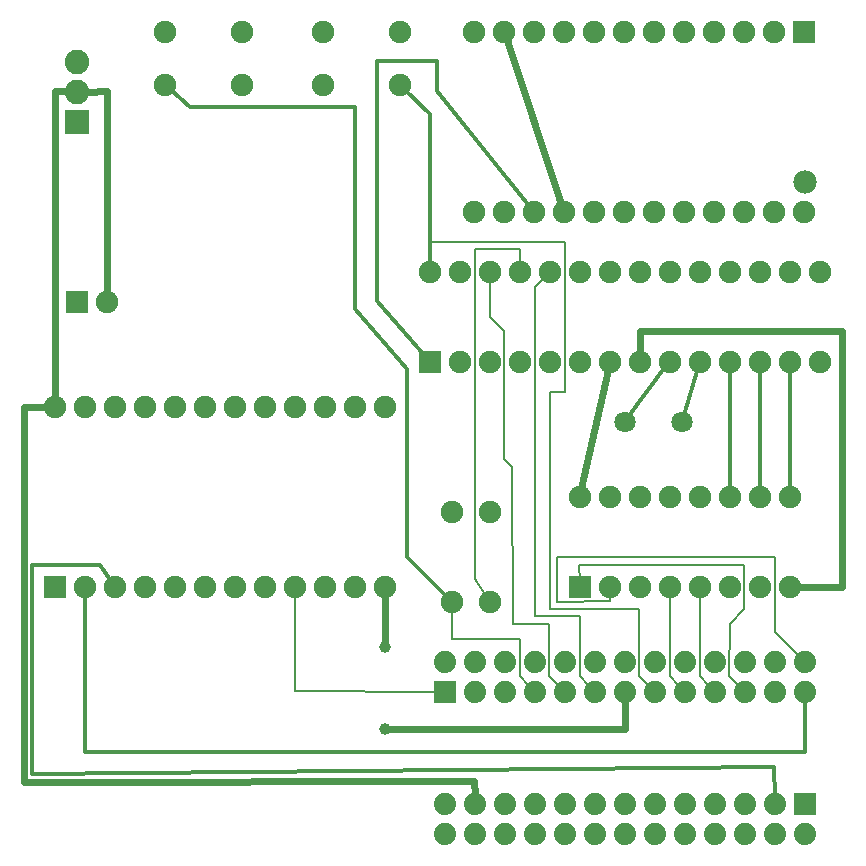
<source format=gbl>
G04 MADE WITH FRITZING*
G04 WWW.FRITZING.ORG*
G04 DOUBLE SIDED*
G04 HOLES PLATED*
G04 CONTOUR ON CENTER OF CONTOUR VECTOR*
%ASAXBY*%
%FSLAX23Y23*%
%MOIN*%
%OFA0B0*%
%SFA1.0B1.0*%
%ADD10C,0.075000*%
%ADD11C,0.039370*%
%ADD12C,0.074000*%
%ADD13C,0.082000*%
%ADD14C,0.070925*%
%ADD15C,0.070866*%
%ADD16C,0.078000*%
%ADD17R,0.075000X0.075000*%
%ADD18R,0.074000X0.074000*%
%ADD19R,0.082000X0.082000*%
%ADD20C,0.024000*%
%ADD21C,0.008000*%
%ADD22C,0.012000*%
%LNCOPPER0*%
G90*
G70*
G54D10*
X223Y1961D03*
X323Y1961D03*
G54D11*
X1248Y536D03*
X1248Y811D03*
G54D12*
X2648Y186D03*
X2548Y186D03*
X2448Y186D03*
X2348Y186D03*
X2248Y186D03*
X2148Y186D03*
X2048Y186D03*
X1948Y186D03*
X1848Y186D03*
X1748Y186D03*
X1648Y186D03*
X1548Y186D03*
X1448Y186D03*
X2648Y286D03*
X2548Y286D03*
X2448Y286D03*
X2348Y286D03*
X2248Y286D03*
X2148Y286D03*
X2048Y286D03*
X1948Y286D03*
X1848Y286D03*
X1748Y286D03*
X1648Y286D03*
X1548Y286D03*
X1448Y286D03*
X1448Y761D03*
X1548Y761D03*
X1648Y761D03*
X1748Y761D03*
X1848Y761D03*
X1948Y761D03*
X2048Y761D03*
X2148Y761D03*
X2248Y761D03*
X2348Y761D03*
X2448Y761D03*
X2548Y761D03*
X2648Y761D03*
X1448Y661D03*
X1548Y661D03*
X1648Y661D03*
X1748Y661D03*
X1848Y661D03*
X1948Y661D03*
X2048Y661D03*
X2148Y661D03*
X2248Y661D03*
X2348Y661D03*
X2448Y661D03*
X2548Y661D03*
X2648Y661D03*
G54D10*
X1398Y1761D03*
X1398Y2061D03*
X1498Y1761D03*
X1498Y2061D03*
X1598Y1761D03*
X1598Y2061D03*
X1698Y1761D03*
X1698Y2061D03*
X1798Y1761D03*
X1798Y2061D03*
X1898Y1761D03*
X1898Y2061D03*
X1998Y1761D03*
X1998Y2061D03*
X2098Y1761D03*
X2098Y2061D03*
X2198Y1761D03*
X2198Y2061D03*
X2298Y1761D03*
X2298Y2061D03*
X2398Y1761D03*
X2398Y2061D03*
X2498Y1761D03*
X2498Y2061D03*
X2598Y1761D03*
X2598Y2061D03*
X2698Y1761D03*
X2698Y2061D03*
X2646Y2859D03*
X2646Y2259D03*
X2546Y2859D03*
X2546Y2259D03*
X2446Y2859D03*
X2446Y2259D03*
X2346Y2859D03*
X2346Y2259D03*
X2246Y2859D03*
X2246Y2259D03*
X2146Y2859D03*
X2146Y2259D03*
X2046Y2859D03*
X2046Y2259D03*
X1946Y2859D03*
X1946Y2259D03*
X1846Y2859D03*
X1846Y2259D03*
X1746Y2859D03*
X1746Y2259D03*
X1646Y2859D03*
X1646Y2259D03*
X1546Y2859D03*
X1546Y2259D03*
X148Y1011D03*
X148Y1611D03*
X248Y1011D03*
X248Y1611D03*
X348Y1011D03*
X348Y1611D03*
X448Y1011D03*
X448Y1611D03*
X548Y1011D03*
X548Y1611D03*
X648Y1011D03*
X648Y1611D03*
X748Y1011D03*
X748Y1611D03*
X848Y1011D03*
X848Y1611D03*
X948Y1011D03*
X948Y1611D03*
X1048Y1011D03*
X1048Y1611D03*
X1148Y1011D03*
X1148Y1611D03*
X1248Y1011D03*
X1248Y1611D03*
G54D13*
X223Y2561D03*
X223Y2661D03*
X223Y2761D03*
G54D14*
X2241Y1561D03*
G54D15*
X2048Y1561D03*
G54D10*
X1898Y1011D03*
X1898Y1311D03*
X1998Y1011D03*
X1998Y1311D03*
X2098Y1011D03*
X2098Y1311D03*
X2198Y1011D03*
X2198Y1311D03*
X2298Y1011D03*
X2298Y1311D03*
X2398Y1011D03*
X2398Y1311D03*
X2498Y1011D03*
X2498Y1311D03*
X2598Y1011D03*
X2598Y1311D03*
X773Y2684D03*
X517Y2684D03*
X773Y2861D03*
X517Y2861D03*
X1298Y2682D03*
X1042Y2682D03*
X1298Y2859D03*
X1042Y2859D03*
X1598Y961D03*
X1598Y1261D03*
X1473Y961D03*
X1473Y1261D03*
G54D16*
X2648Y2361D03*
G54D17*
X223Y1961D03*
G54D18*
X2648Y286D03*
X1448Y661D03*
G54D17*
X1398Y1761D03*
X2646Y2859D03*
X148Y1011D03*
G54D19*
X223Y2561D03*
G54D17*
X1898Y1011D03*
G54D20*
X323Y2662D02*
X323Y1990D01*
D02*
X255Y2661D02*
X323Y2662D01*
D02*
X2098Y1862D02*
X2098Y1790D01*
D02*
X2774Y1862D02*
X2098Y1862D01*
D02*
X2774Y1011D02*
X2774Y1862D01*
D02*
X2627Y1011D02*
X2774Y1011D01*
G54D21*
D02*
X1698Y837D02*
X1698Y712D01*
D02*
X1698Y712D02*
X1730Y679D01*
D02*
X1473Y837D02*
X1698Y837D01*
D02*
X1473Y938D02*
X1473Y837D01*
D02*
X1423Y661D02*
X949Y662D01*
D02*
X949Y662D02*
X948Y988D01*
D02*
X1548Y1037D02*
X1585Y980D01*
D02*
X1548Y2138D02*
X1548Y1037D01*
D02*
X1698Y2138D02*
X1548Y2138D01*
D02*
X1698Y2084D02*
X1698Y2138D01*
G54D20*
D02*
X2048Y536D02*
X1267Y536D01*
D02*
X2048Y630D02*
X2048Y536D01*
D02*
X1248Y830D02*
X1248Y983D01*
D02*
X149Y2662D02*
X148Y1640D01*
D02*
X191Y2662D02*
X149Y2662D01*
G54D22*
D02*
X2061Y1578D02*
X2184Y1743D01*
D02*
X2247Y1582D02*
X2292Y1739D01*
G54D20*
D02*
X1904Y1339D02*
X1992Y1733D01*
G54D21*
D02*
X2630Y779D02*
X2549Y860D01*
D02*
X2430Y679D02*
X2397Y712D01*
D02*
X2230Y680D02*
X2199Y712D01*
D02*
X2330Y679D02*
X2298Y712D01*
G54D22*
D02*
X2399Y1737D02*
X2398Y1334D01*
D02*
X2399Y1738D02*
X2399Y1737D01*
D02*
X2499Y1737D02*
X2498Y1334D01*
D02*
X2498Y1738D02*
X2499Y1737D01*
D02*
X2598Y1737D02*
X2598Y1334D01*
D02*
X2598Y1738D02*
X2598Y1737D01*
D02*
X1151Y2611D02*
X599Y2611D01*
D02*
X1151Y1938D02*
X1151Y2611D01*
D02*
X1324Y1737D02*
X1151Y1938D01*
D02*
X1324Y1110D02*
X1324Y1737D01*
D02*
X599Y2611D02*
X534Y2669D01*
D02*
X1457Y977D02*
X1324Y1110D01*
D02*
X1383Y1779D02*
X1224Y1962D01*
G54D21*
D02*
X1598Y2038D02*
X1599Y1911D01*
D02*
X1782Y2044D02*
X1749Y2010D01*
G54D22*
D02*
X2547Y410D02*
X72Y387D01*
D02*
X2548Y312D02*
X2547Y410D01*
D02*
X299Y1085D02*
X335Y1030D01*
D02*
X72Y1085D02*
X299Y1085D01*
D02*
X72Y387D02*
X72Y1085D01*
D02*
X248Y461D02*
X248Y988D01*
D02*
X2649Y460D02*
X248Y461D01*
D02*
X2649Y562D02*
X2649Y460D01*
D02*
X2648Y636D02*
X2649Y562D01*
D02*
X1398Y2586D02*
X1398Y2084D01*
D02*
X1315Y2666D02*
X1398Y2586D01*
G54D21*
D02*
X1398Y2160D02*
X1849Y2160D01*
D02*
X1798Y937D02*
X2097Y936D01*
D02*
X1849Y1661D02*
X1798Y1661D01*
D02*
X1798Y1661D02*
X1798Y937D01*
D02*
X1849Y2160D02*
X1849Y1661D01*
D02*
X1398Y2084D02*
X1398Y2160D01*
D02*
X2097Y936D02*
X2097Y712D01*
D02*
X2097Y712D02*
X2130Y679D01*
G54D20*
D02*
X47Y1610D02*
X120Y1611D01*
D02*
X47Y361D02*
X47Y1610D01*
D02*
X1547Y362D02*
X47Y361D01*
D02*
X1548Y317D02*
X1547Y362D01*
G54D21*
D02*
X1998Y962D02*
X1998Y988D01*
D02*
X1823Y960D02*
X1998Y962D01*
D02*
X1823Y1110D02*
X1823Y960D01*
D02*
X2550Y1110D02*
X1823Y1110D01*
G54D22*
D02*
X1423Y2662D02*
X1732Y2277D01*
D02*
X1423Y2762D02*
X1423Y2662D01*
D02*
X1224Y2762D02*
X1423Y2762D01*
G54D21*
D02*
X1899Y712D02*
X1930Y680D01*
D02*
X1899Y913D02*
X1899Y712D01*
D02*
X1897Y1085D02*
X1898Y1034D01*
D02*
X2447Y1085D02*
X1897Y1085D01*
D02*
X2399Y886D02*
X2447Y937D01*
D02*
X2447Y937D02*
X2447Y1085D01*
D02*
X2397Y712D02*
X2399Y886D01*
D02*
X2199Y712D02*
X2198Y988D01*
D02*
X2298Y712D02*
X2298Y988D01*
D02*
X1797Y712D02*
X1830Y679D01*
D02*
X1797Y886D02*
X1797Y712D01*
D02*
X1675Y886D02*
X1797Y886D01*
D02*
X1749Y912D02*
X1899Y913D01*
D02*
X1647Y1437D02*
X1673Y1411D01*
D02*
X1647Y1862D02*
X1647Y1437D01*
D02*
X1673Y1411D02*
X1675Y886D01*
D02*
X1599Y1911D02*
X1647Y1862D01*
G54D20*
D02*
X1837Y2287D02*
X1655Y2832D01*
G54D21*
D02*
X1749Y2010D02*
X1749Y912D01*
G54D22*
D02*
X1224Y1962D02*
X1224Y2762D01*
G54D21*
D02*
X2549Y860D02*
X2550Y1110D01*
G04 End of Copper0*
M02*
</source>
